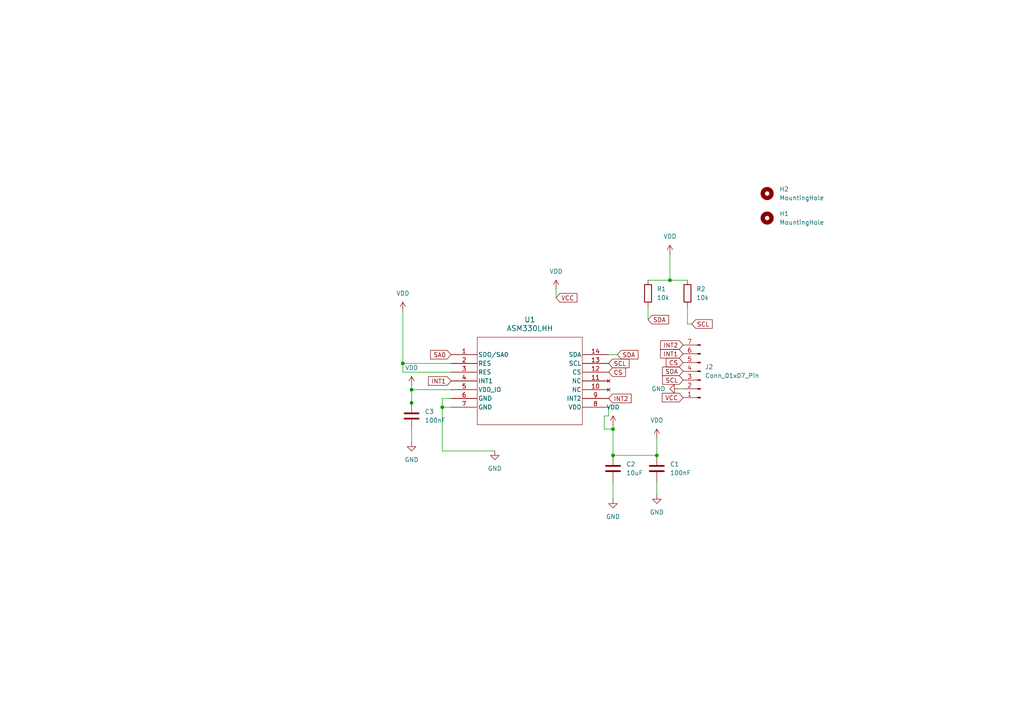
<source format=kicad_sch>
(kicad_sch (version 20250114) (generator "eeschema") (generator_version "9.0")
  (paper "A4")
  (lib_symbols
    (symbol "2024-07-27_19-35-10:ASM330LHH" (pin_names (offset 0.254))
      (property "Reference" "U" (at 22.86 10.16 0))
      (property "Value" "ASM330LHH" (at 22.86 7.62 0))
      (symbol "ASM330LHH_0_1"
        (polyline (pts (xy 7.62 5.08) (xy 7.62 -20.32)) (stroke (width 0.127)))
        (polyline (pts (xy 7.62 -20.32) (xy 38.1 -20.32)) (stroke (width 0.127)))
        (polyline (pts (xy 38.1 5.08) (xy 7.62 5.08)) (stroke (width 0.127)))
        (polyline (pts (xy 38.1 -20.32) (xy 38.1 5.08)) (stroke (width 0.127)))
        (pin bidirectional line (at 0 0 0) (length 7.62) (name "SDO/SA0") (number "1"))
        (pin unspecified line (at 0 -2.54 0) (length 7.62) (name "RES") (number "2"))
        (pin unspecified line (at 0 -5.08 0) (length 7.62) (name "RES") (number "3"))
        (pin input line (at 0 -7.62 0) (length 7.62) (name "INT1") (number "4"))
        (pin power_in line (at 0 -10.16 0) (length 7.62) (name "VDD_IO") (number "5"))
        (pin power_out line (at 0 -12.7 0) (length 7.62) (name "GND") (number "6"))
        (pin power_out line (at 0 -15.24 0) (length 7.62) (name "GND") (number "7"))
        (pin input line (at 45.72 0 180) (length 7.62) (name "SDA") (number "14"))
        (pin bidirectional line (at 45.72 -2.54 180) (length 7.62) (name "SCL") (number "13"))
        (pin input line (at 45.72 -5.08 180) (length 7.62) (name "CS") (number "12"))
        (pin no_connect line (at 45.72 -7.62 180) (length 7.62) (name "NC") (number "11"))
        (pin no_connect line (at 45.72 -10.16 180) (length 7.62) (name "NC") (number "10"))
        (pin input line (at 45.72 -12.7 180) (length 7.62) (name "INT2") (number "9"))
        (pin power_in line (at 45.72 -15.24 180) (length 7.62) (name "VDD") (number "8"))
      )
    )
    (symbol "Connector:Conn_01x07_Pin" (pin_names (offset 1.016) (hide yes))
      (property "Reference" "J" (at 0 10.16 0))
      (property "Value" "Conn_01x07_Pin" (at 0 -10.16 0))
      (symbol "Conn_01x07_Pin_1_1"
        (rectangle (start 0.8636 7.747) (end 0 7.493) (stroke (width 0.1524)) (fill (type outline)))
        (rectangle (start 0.8636 5.207) (end 0 4.953) (stroke (width 0.1524)) (fill (type outline)))
        (rectangle (start 0.8636 2.667) (end 0 2.413) (stroke (width 0.1524)) (fill (type outline)))
        (rectangle (start 0.8636 0.127) (end 0 -0.127) (stroke (width 0.1524)) (fill (type outline)))
        (rectangle (start 0.8636 -2.413) (end 0 -2.667) (stroke (width 0.1524)) (fill (type outline)))
        (rectangle (start 0.8636 -4.953) (end 0 -5.207) (stroke (width 0.1524)) (fill (type outline)))
        (rectangle (start 0.8636 -7.493) (end 0 -7.747) (stroke (width 0.1524)) (fill (type outline)))
        (polyline (pts (xy 1.27 7.62) (xy 0.8636 7.62)) (stroke (width 0.1524)))
        (polyline (pts (xy 1.27 5.08) (xy 0.8636 5.08)) (stroke (width 0.1524)))
        (polyline (pts (xy 1.27 2.54) (xy 0.8636 2.54)) (stroke (width 0.1524)))
        (polyline (pts (xy 1.27 0) (xy 0.8636 0)) (stroke (width 0.1524)))
        (polyline (pts (xy 1.27 -2.54) (xy 0.8636 -2.54)) (stroke (width 0.1524)))
        (polyline (pts (xy 1.27 -5.08) (xy 0.8636 -5.08)) (stroke (width 0.1524)))
        (polyline (pts (xy 1.27 -7.62) (xy 0.8636 -7.62)) (stroke (width 0.1524)))
        (pin passive line (at 5.08 7.62 180) (length 3.81) (name "Pin_1") (number "1"))
        (pin passive line (at 5.08 5.08 180) (length 3.81) (name "Pin_2") (number "2"))
        (pin passive line (at 5.08 2.54 180) (length 3.81) (name "Pin_3") (number "3"))
        (pin passive line (at 5.08 0 180) (length 3.81) (name "Pin_4") (number "4"))
        (pin passive line (at 5.08 -2.54 180) (length 3.81) (name "Pin_5") (number "5"))
        (pin passive line (at 5.08 -5.08 180) (length 3.81) (name "Pin_6") (number "6"))
        (pin passive line (at 5.08 -7.62 180) (length 3.81) (name "Pin_7") (number "7"))
      )
    )
    (symbol "Device:C" (pin_numbers (hide yes)) (pin_names (offset 0.254))
      (property "Reference" "C" (at 0.635 2.54 0))
      (property "Value" "C" (at 0.635 -2.54 0))
      (symbol "C_0_1"
        (polyline (pts (xy -2.032 0.762) (xy 2.032 0.762)) (stroke (width 0.508)))
        (polyline (pts (xy -2.032 -0.762) (xy 2.032 -0.762)) (stroke (width 0.508)))
      )
      (symbol "C_1_1"
        (pin passive line (at 0 3.81 270) (length 2.794) (name "~") (number "1"))
        (pin passive line (at 0 -3.81 90) (length 2.794) (name "~") (number "2"))
      )
    )
    (symbol "Device:R" (pin_numbers (hide yes)) (pin_names (offset 0))
      (property "Reference" "R" (at 2.032 0 90))
      (property "Value" "R" (at 0 0 90))
      (symbol "R_0_1"
        (rectangle (start -1.016 -2.54) (end 1.016 2.54) (stroke (width 0.254)))
      )
      (symbol "R_1_1"
        (pin passive line (at 0 3.81 270) (length 1.27) (name "~") (number "1"))
        (pin passive line (at 0 -3.81 90) (length 1.27) (name "~") (number "2"))
      )
    )
    (symbol "Mechanical:MountingHole" (pin_names (offset 1.016)) (in_bom no)
      (property "Reference" "H" (at 0 5.08 0))
      (property "Value" "MountingHole" (at 0 3.175 0))
      (symbol "MountingHole_0_1"
        (circle (center 0 0) (radius 1.27) (stroke (width 1.27)))
      )
    )
    (symbol "power:GND" (power) (pin_numbers (hide yes)) (pin_names (offset 0) (hide yes))
      (property "Value" "GND" (at 0 -3.81 0))
      (symbol "GND_0_1"
        (polyline (pts (xy 0 0) (xy 0 -1.27) (xy 1.27 -1.27) (xy 0 -2.54) (xy -1.27 -1.27) (xy 0 -1.27)))
      )
      (symbol "GND_1_1"
        (pin power_in line (at 0 0 270) (length 0) (name "~") (number "1"))
      )
    )
    (symbol "power:VDD" (power) (pin_numbers (hide yes)) (pin_names (offset 0) (hide yes))
      (property "Value" "VDD" (at 0 3.556 0))
      (symbol "VDD_0_1"
        (polyline (pts (xy -0.762 1.27) (xy 0 2.54)))
        (polyline (pts (xy 0 2.54) (xy 0.762 1.27)))
        (polyline (pts (xy 0 0) (xy 0 2.54)))
      )
      (symbol "VDD_1_1"
        (pin power_in line (at 0 0 90) (length 0) (name "~") (number "1"))
      )
    )
  )
  (junction (at 177.8 124.46))
  (junction (at 119.38 116.84))
  (junction (at 190.5 132.08))
  (junction (at 128.27 118.11))
  (junction (at 194.31 81.28))
  (junction (at 119.38 113.03))
  (junction (at 177.8 132.08))
  (junction (at 116.84 105.41))
  (wire (pts (xy 176.53 120.65) (xy 176.53 118.11)))
  (wire (pts (xy 119.38 124.46) (xy 119.38 128.27)))
  (wire (pts (xy 119.38 116.84) (xy 119.38 118.11)))
  (wire (pts (xy 175.26 124.46) (xy 177.8 124.46)))
  (wire (pts (xy 177.8 132.08) (xy 190.5 132.08)))
  (wire (pts (xy 116.84 90.17) (xy 116.84 105.41)))
  (wire (pts (xy 128.27 118.11) (xy 128.27 115.57)))
  (wire (pts (xy 119.38 111.76) (xy 119.38 113.03)))
  (wire (pts (xy 190.5 127) (xy 190.5 132.08)))
  (wire (pts (xy 175.26 120.65) (xy 176.53 120.65)))
  (wire (pts (xy 130.81 107.95) (xy 116.84 107.95)))
  (wire (pts (xy 177.8 124.46) (xy 177.8 132.08)))
  (wire (pts (xy 176.53 102.87) (xy 179.07 102.87)))
  (wire (pts (xy 128.27 115.57) (xy 130.81 115.57)))
  (wire (pts (xy 130.81 105.41) (xy 116.84 105.41)))
  (wire (pts (xy 196.85 112.776) (xy 198.12 112.776)))
  (wire (pts (xy 177.8 123.19) (xy 177.8 124.46)))
  (wire (pts (xy 119.38 113.03) (xy 130.81 113.03)))
  (wire (pts (xy 199.39 93.98) (xy 200.66 93.98)))
  (wire (pts (xy 194.31 81.28) (xy 199.39 81.28)))
  (wire (pts (xy 143.51 130.81) (xy 128.27 130.81)))
  (wire (pts (xy 119.38 113.03) (xy 119.38 116.84)))
  (wire (pts (xy 128.27 118.11) (xy 130.81 118.11)))
  (wire (pts (xy 116.84 105.41) (xy 116.84 107.95)))
  (wire (pts (xy 190.5 139.7) (xy 190.5 143.51)))
  (wire (pts (xy 199.39 88.9) (xy 199.39 93.98)))
  (wire (pts (xy 187.96 88.9) (xy 187.96 92.71)))
  (wire (pts (xy 187.96 81.28) (xy 194.31 81.28)))
  (wire (pts (xy 175.26 124.46) (xy 175.26 120.65)))
  (wire (pts (xy 161.29 83.82) (xy 161.29 86.36)))
  (wire (pts (xy 194.31 81.28) (xy 194.31 73.66)))
  (wire (pts (xy 128.27 130.81) (xy 128.27 118.11)))
  (wire (pts (xy 177.8 139.7) (xy 177.8 144.78)))
  (global_label "SDA" (shape input) (at 187.96 92.71 0) (property "Intersheetrefs" "${INTERSHEET_REFS}" (effects (hide yes))))
  (global_label "SDA" (shape input) (at 198.12 107.696 180) (property "Intersheetrefs" "${INTERSHEET_REFS}" (effects (hide yes))))
  (global_label "VCC" (shape input) (at 161.29 86.36 0) (property "Intersheetrefs" "${INTERSHEET_REFS}" (effects (hide yes))))
  (global_label "INT2" (shape input) (at 198.12 100.076 180) (property "Intersheetrefs" "${INTERSHEET_REFS}" (effects (hide yes))))
  (global_label "INT2" (shape input) (at 176.53 115.57 0) (property "Intersheetrefs" "${INTERSHEET_REFS}" (effects (hide yes))))
  (global_label "VCC" (shape input) (at 198.12 115.316 180) (property "Intersheetrefs" "${INTERSHEET_REFS}" (effects (hide yes))))
  (global_label "SCL" (shape input) (at 176.53 105.41 0) (property "Intersheetrefs" "${INTERSHEET_REFS}" (effects (hide yes))))
  (global_label "SCL" (shape input) (at 200.66 93.98 0) (property "Intersheetrefs" "${INTERSHEET_REFS}" (effects (hide yes))))
  (global_label "SDA" (shape input) (at 179.07 102.87 0) (property "Intersheetrefs" "${INTERSHEET_REFS}" (effects (hide yes))))
  (global_label "INT1" (shape input) (at 130.81 110.49 180) (property "Intersheetrefs" "${INTERSHEET_REFS}" (effects (hide yes))))
  (global_label "CS" (shape input) (at 176.53 107.95 0) (property "Intersheetrefs" "${INTERSHEET_REFS}" (effects (hide yes))))
  (global_label "INT1" (shape input) (at 198.12 102.616 180) (property "Intersheetrefs" "${INTERSHEET_REFS}" (effects (hide yes))))
  (global_label "CS" (shape input) (at 198.12 105.156 180) (property "Intersheetrefs" "${INTERSHEET_REFS}" (effects (hide yes))))
  (global_label "SA0" (shape input) (at 130.81 102.87 180) (property "Intersheetrefs" "${INTERSHEET_REFS}" (effects (hide yes))))
  (global_label "SCL" (shape input) (at 198.12 110.236 180) (property "Intersheetrefs" "${INTERSHEET_REFS}" (effects (hide yes))))
  (symbol (lib_id "power:VDD") (at 119.38 111.76 0) (unit 1)
    (property "Reference" "#PWR07" (effects (hide yes)))
    (property "Value" "VDD" (at 119.38 106.68 0))
    (property "Description" "Power symbol creates a global label with name \"VDD\"" (effects (hide yes)))
  )
  (symbol (lib_id "power:GND") (at 196.85 112.776 270) (unit 1)
    (property "Reference" "#PWR011" (effects (hide yes)))
    (property "Value" "GND" (at 193.04 112.7759 90) (effects (justify right)))
    (property "Description" "Power symbol creates a global label with name \"GND\" , ground" (effects (hide yes)))
  )
  (symbol (lib_id "Device:R") (at 199.39 85.09 0) (unit 1)
    (property "Reference" "R2" (at 201.93 83.8199 0) (effects (justify left)))
    (property "Value" "10k" (at 201.93 86.3599 0) (effects (justify left)))
    (property "Footprint" "Capacitor_SMD:C_0603_1608Metric" (effects (hide yes)))
    (property "Description" "Resistor" (effects (hide yes)))
  )
  (symbol (lib_id "power:VDD") (at 190.5 127 0) (unit 1)
    (property "Reference" "#PWR02" (effects (hide yes)))
    (property "Value" "VDD" (at 190.5 121.92 0))
    (property "Description" "Power symbol creates a global label with name \"VDD\"" (effects (hide yes)))
  )
  (symbol (lib_id "power:VDD") (at 194.31 73.66 0) (unit 1)
    (property "Reference" "#PWR09" (effects (hide yes)))
    (property "Value" "VDD" (at 194.31 68.58 0))
    (property "Description" "Power symbol creates a global label with name \"VDD\"" (effects (hide yes)))
  )
  (symbol (lib_id "Device:C") (at 177.8 135.89 0) (unit 1)
    (property "Reference" "C2" (at 181.61 134.6199 0) (effects (justify left)))
    (property "Value" "10uF" (at 181.61 137.1599 0) (effects (justify left)))
    (property "Footprint" "Capacitor_SMD:C_0603_1608Metric" (effects (hide yes)))
    (property "Description" "Unpolarized capacitor" (effects (hide yes)))
  )
  (symbol (lib_id "Device:R") (at 187.96 85.09 0) (unit 1)
    (property "Reference" "R1" (at 190.5 83.8199 0) (effects (justify left)))
    (property "Value" "10k" (at 190.5 86.3599 0) (effects (justify left)))
    (property "Footprint" "Capacitor_SMD:C_0603_1608Metric" (effects (hide yes)))
    (property "Description" "Resistor" (effects (hide yes)))
  )
  (symbol (lib_id "Mechanical:MountingHole") (at 222.504 63.246 0) (unit 1) (in_bom no)
    (property "Reference" "H1" (at 226.06 61.9759 0) (effects (justify left)))
    (property "Value" "MountingHole" (at 226.06 64.5159 0) (effects (justify left)))
    (property "Footprint" "MountingHole:MountingHole_2.7mm" (effects (hide yes)))
    (property "Description" "Mounting Hole without connection" (effects (hide yes)))
  )
  (symbol (lib_id "Mechanical:MountingHole") (at 222.504 56.134 0) (unit 1) (in_bom no)
    (property "Reference" "H2" (at 226.06 54.8639 0) (effects (justify left)))
    (property "Value" "MountingHole" (at 226.06 57.4039 0) (effects (justify left)))
    (property "Footprint" "MountingHole:MountingHole_2.7mm" (effects (hide yes)))
    (property "Description" "Mounting Hole without connection" (effects (hide yes)))
  )
  (symbol (lib_id "power:GND") (at 177.8 144.78 0) (unit 1)
    (property "Reference" "#PWR05" (effects (hide yes)))
    (property "Value" "GND" (at 177.8 149.86 0))
    (property "Description" "Power symbol creates a global label with name \"GND\" , ground" (effects (hide yes)))
  )
  (symbol (lib_id "power:VDD") (at 116.84 90.17 0) (unit 1)
    (property "Reference" "#PWR08" (effects (hide yes)))
    (property "Value" "VDD" (at 116.84 85.09 0))
    (property "Description" "Power symbol creates a global label with name \"VDD\"" (effects (hide yes)))
  )
  (symbol (lib_id "power:GND") (at 119.38 128.27 0) (unit 1)
    (property "Reference" "#PWR04" (effects (hide yes)))
    (property "Value" "GND" (at 119.38 133.35 0))
    (property "Description" "Power symbol creates a global label with name \"GND\" , ground" (effects (hide yes)))
  )
  (symbol (lib_id "power:GND") (at 143.51 130.81 0) (unit 1)
    (property "Reference" "#PWR03" (effects (hide yes)))
    (property "Value" "GND" (at 143.51 135.89 0))
    (property "Description" "Power symbol creates a global label with name \"GND\" , ground" (effects (hide yes)))
  )
  (symbol (lib_id "power:VDD") (at 177.8 123.19 0) (unit 1)
    (property "Reference" "#PWR01" (effects (hide yes)))
    (property "Value" "VDD" (at 177.8 118.11 0))
    (property "Description" "Power symbol creates a global label with name \"VDD\"" (effects (hide yes)))
  )
  (symbol (lib_id "power:VDD") (at 161.29 83.82 0) (unit 1)
    (property "Reference" "#PWR010" (effects (hide yes)))
    (property "Value" "VDD" (at 161.29 78.74 0))
    (property "Description" "Power symbol creates a global label with name \"VDD\"" (effects (hide yes)))
  )
  (symbol (lib_id "Device:C") (at 119.38 120.65 0) (unit 1)
    (property "Reference" "C3" (at 123.19 119.3799 0) (effects (justify left)))
    (property "Value" "100nF" (at 123.19 121.9199 0) (effects (justify left)))
    (property "Footprint" "Capacitor_SMD:C_0603_1608Metric" (effects (hide yes)))
    (property "Description" "Unpolarized capacitor" (effects (hide yes)))
  )
  (symbol (lib_id "Connector:Conn_01x07_Pin") (at 203.2 107.696 180) (unit 1)
    (property "Reference" "J2" (at 204.47 106.4259 0) (effects (justify right)))
    (property "Value" "Conn_01x07_Pin" (at 204.47 108.9659 0) (effects (justify right)))
    (property "Footprint" "Connector_PinSocket_2.54mm:PinSocket_1x07_P2.54mm_Vertical" (effects (hide yes)))
    (property "Description" "Generic connector, single row, 01x07, script generated" (effects (hide yes)))
  )
  (symbol (lib_id "power:GND") (at 190.5 143.51 0) (unit 1)
    (property "Reference" "#PWR06" (effects (hide yes)))
    (property "Value" "GND" (at 190.5 148.59 0))
    (property "Description" "Power symbol creates a global label with name \"GND\" , ground" (effects (hide yes)))
  )
  (symbol (lib_id "Device:C") (at 190.5 135.89 0) (unit 1)
    (property "Reference" "C1" (at 194.31 134.6199 0) (effects (justify left)))
    (property "Value" "100nF" (at 194.31 137.1599 0) (effects (justify left)))
    (property "Footprint" "Capacitor_SMD:C_0603_1608Metric" (effects (hide yes)))
    (property "Description" "Unpolarized capacitor" (effects (hide yes)))
  )
  (symbol (lib_id "2024-07-27_19-35-10:ASM330LHH") (at 130.81 102.87 0) (unit 1)
    (property "Reference" "U1" (at 153.67 92.71 0) (effects (font (size 1.524 1.524))))
    (property "Value" "ASM330LHH" (at 153.67 95.25 0) (effects (font (size 1.524 1.524))))
    (property "Footprint" "asm330:LGA-14L_2P5X3X0P83_STM" (effects (hide yes)))
    (property "Datasheet" "ASM330LHH" (effects (hide yes)))
  )
)
</source>
